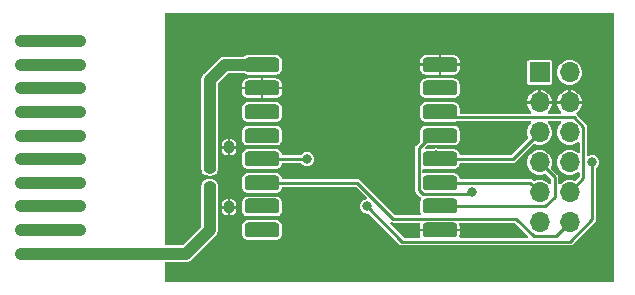
<source format=gbr>
%TF.GenerationSoftware,KiCad,Pcbnew,7.0.4*%
%TF.CreationDate,2023-05-26T13:28:03+02:00*%
%TF.ProjectId,RFM9xW_868,52464d39-7857-45f3-9836-382e6b696361,rev?*%
%TF.SameCoordinates,Original*%
%TF.FileFunction,Copper,L1,Top*%
%TF.FilePolarity,Positive*%
%FSLAX46Y46*%
G04 Gerber Fmt 4.6, Leading zero omitted, Abs format (unit mm)*
G04 Created by KiCad (PCBNEW 7.0.4) date 2023-05-26 13:28:03*
%MOMM*%
%LPD*%
G01*
G04 APERTURE LIST*
G04 Aperture macros list*
%AMRoundRect*
0 Rectangle with rounded corners*
0 $1 Rounding radius*
0 $2 $3 $4 $5 $6 $7 $8 $9 X,Y pos of 4 corners*
0 Add a 4 corners polygon primitive as box body*
4,1,4,$2,$3,$4,$5,$6,$7,$8,$9,$2,$3,0*
0 Add four circle primitives for the rounded corners*
1,1,$1+$1,$2,$3*
1,1,$1+$1,$4,$5*
1,1,$1+$1,$6,$7*
1,1,$1+$1,$8,$9*
0 Add four rect primitives between the rounded corners*
20,1,$1+$1,$2,$3,$4,$5,0*
20,1,$1+$1,$4,$5,$6,$7,0*
20,1,$1+$1,$6,$7,$8,$9,0*
20,1,$1+$1,$8,$9,$2,$3,0*%
%AMOutline4P*
0 Free polygon, 4 corners , with rotation*
0 The origin of the aperture is its center*
0 number of corners: always 4*
0 $1 to $8 corner X, Y*
0 $9 Rotation angle, in degrees counterclockwise*
0 create outline with 4 corners*
4,1,4,$1,$2,$3,$4,$5,$6,$7,$8,$1,$2,$9*%
G04 Aperture macros list end*
%TA.AperFunction,EtchedComponent*%
%ADD10C,1.000000*%
%TD*%
%TA.AperFunction,ComponentPad*%
%ADD11R,1.700000X1.700000*%
%TD*%
%TA.AperFunction,ComponentPad*%
%ADD12O,1.700000X1.700000*%
%TD*%
%TA.AperFunction,SMDPad,CuDef*%
%ADD13RoundRect,0.200000X-0.200000X-0.275000X0.200000X-0.275000X0.200000X0.275000X-0.200000X0.275000X0*%
%TD*%
%TA.AperFunction,SMDPad,CuDef*%
%ADD14RoundRect,0.317500X1.157500X0.317500X-1.157500X0.317500X-1.157500X-0.317500X1.157500X-0.317500X0*%
%TD*%
%TA.AperFunction,SMDPad,CuDef*%
%ADD15RoundRect,0.200000X-0.275000X0.200000X-0.275000X-0.200000X0.275000X-0.200000X0.275000X0.200000X0*%
%TD*%
%TA.AperFunction,ComponentPad*%
%ADD16C,1.000000*%
%TD*%
%TA.AperFunction,SMDPad,CuDef*%
%ADD17Outline4P,-0.350000X-0.400000X0.350000X-0.400000X0.050000X0.400000X-0.050000X0.400000X270.000000*%
%TD*%
%TA.AperFunction,ViaPad*%
%ADD18C,0.800000*%
%TD*%
%TA.AperFunction,Conductor*%
%ADD19C,0.250000*%
%TD*%
%TA.AperFunction,Conductor*%
%ADD20C,1.000000*%
%TD*%
G04 APERTURE END LIST*
D10*
%TO.C,AE1*%
X116960000Y-58530000D02*
X105960000Y-58530000D01*
X105960000Y-56530000D02*
X110960000Y-56530000D01*
X105960000Y-54530000D02*
X110960000Y-54530000D01*
X105960000Y-52530000D02*
X110960000Y-52530000D01*
X105960000Y-50530000D02*
X110960000Y-50530000D01*
X105960000Y-48530000D02*
X110960000Y-48530000D01*
X105960000Y-46530000D02*
X110960000Y-46530000D01*
X105960000Y-44530000D02*
X110960000Y-44530000D01*
X105960000Y-42530000D02*
X110960000Y-42530000D01*
X105960000Y-40530000D02*
X110960000Y-40530000D01*
%TD*%
D11*
%TO.P,J1,1,Pin_1*%
%TO.N,VCC*%
X149860000Y-43180000D03*
D12*
%TO.P,J1,2,Pin_2*%
X152400000Y-43180000D03*
%TO.P,J1,3,Pin_3*%
%TO.N,GND*%
X149860000Y-45720000D03*
%TO.P,J1,4,Pin_4*%
X152400000Y-45720000D03*
%TO.P,J1,5,Pin_5*%
%TO.N,SCK*%
X149860000Y-48260000D03*
%TO.P,J1,6,Pin_6*%
%TO.N,unconnected-(J1-Pin_6-Pad6)*%
X152400000Y-48260000D03*
%TO.P,J1,7,Pin_7*%
%TO.N,MISO*%
X149860000Y-50800000D03*
%TO.P,J1,8,Pin_8*%
%TO.N,nCS2*%
X152400000Y-50800000D03*
%TO.P,J1,9,Pin_9*%
%TO.N,MOSI*%
X149860000Y-53340000D03*
%TO.P,J1,10,Pin_10*%
%TO.N,nRESET*%
X152400000Y-53340000D03*
%TO.P,J1,11,Pin_11*%
%TO.N,nCS*%
X149860000Y-55880000D03*
%TO.P,J1,12,Pin_12*%
%TO.N,DIO0*%
X152400000Y-55880000D03*
%TD*%
D13*
%TO.P,M3,1*%
%TO.N,Net-(AE1-A)*%
X121920000Y-54610000D03*
%TO.P,M3,2*%
%TO.N,GND*%
X123570000Y-54610000D03*
%TD*%
D14*
%TO.P,U1,1,GND*%
%TO.N,GND*%
X141415000Y-56530000D03*
%TO.P,U1,2,MISO*%
%TO.N,MISO*%
X141415000Y-54530000D03*
%TO.P,U1,3,MOSI*%
%TO.N,MOSI*%
X141415000Y-52530000D03*
%TO.P,U1,4,SCK*%
%TO.N,SCK*%
X141415000Y-50530000D03*
%TO.P,U1,5,NSS*%
%TO.N,nCS*%
X141415000Y-48530000D03*
%TO.P,U1,6,RESET*%
%TO.N,nRESET*%
X141415000Y-46530000D03*
%TO.P,U1,7,DIO5*%
%TO.N,unconnected-(U1-DIO5-Pad7)*%
X141415000Y-44530000D03*
%TO.P,U1,8,GND*%
%TO.N,GND*%
X141415000Y-42530000D03*
%TO.P,U1,9,ANT*%
%TO.N,Net-(U1-ANT)*%
X126365000Y-42530000D03*
%TO.P,U1,10,GND*%
%TO.N,GND*%
X126365000Y-44530000D03*
%TO.P,U1,11,DIO3*%
%TO.N,unconnected-(U1-DIO3-Pad11)*%
X126365000Y-46530000D03*
%TO.P,U1,12,DIO4*%
%TO.N,unconnected-(U1-DIO4-Pad12)*%
X126365000Y-48530000D03*
%TO.P,U1,13,3.3V*%
%TO.N,VCC*%
X126365000Y-50530000D03*
%TO.P,U1,14,DIO0*%
%TO.N,DIO0*%
X126365000Y-52530000D03*
%TO.P,U1,15,DIO1*%
%TO.N,unconnected-(U1-DIO1-Pad15)*%
X126365000Y-54530000D03*
%TO.P,U1,16,DIO2*%
%TO.N,unconnected-(U1-DIO2-Pad16)*%
X126365000Y-56530000D03*
%TD*%
D13*
%TO.P,M1,1*%
%TO.N,Net-(U1-ANT)*%
X121920000Y-49530000D03*
%TO.P,M1,2*%
%TO.N,GND*%
X123570000Y-49530000D03*
%TD*%
D15*
%TO.P,M2,1*%
%TO.N,Net-(U1-ANT)*%
X121920000Y-51245000D03*
%TO.P,M2,2*%
%TO.N,Net-(AE1-A)*%
X121920000Y-52895000D03*
%TD*%
D16*
%TO.P,AE1,*%
%TO.N,*%
X105960000Y-58530000D03*
X105960000Y-56530000D03*
X110960000Y-56530000D03*
X105960000Y-54530000D03*
X110960000Y-54530000D03*
X105960000Y-52530000D03*
X110960000Y-52530000D03*
X105960000Y-50530000D03*
X110960000Y-50530000D03*
X105960000Y-48530000D03*
X110960000Y-48530000D03*
X105960000Y-46530000D03*
X110960000Y-46530000D03*
X105960000Y-44530000D03*
X110960000Y-44530000D03*
X105960000Y-42530000D03*
X110960000Y-42530000D03*
X105960000Y-40530000D03*
X110960000Y-40530000D03*
D17*
%TO.P,AE1,1,A*%
%TO.N,Net-(AE1-A)*%
X117660000Y-58530000D03*
%TD*%
D18*
%TO.N,GND*%
X142875000Y-38735000D03*
X132080000Y-50165000D03*
X155575000Y-40005000D03*
X154305000Y-60325000D03*
X155575000Y-56515000D03*
X128905000Y-60325000D03*
X123825000Y-60325000D03*
X155575000Y-55245000D03*
X126365000Y-38735000D03*
X155575000Y-41275000D03*
X130175000Y-38735000D03*
X135255000Y-38735000D03*
X132715000Y-60325000D03*
X149225000Y-60325000D03*
X128905000Y-38735000D03*
X155575000Y-57785000D03*
X139065000Y-60325000D03*
X126365000Y-60325000D03*
X144145000Y-38735000D03*
X150495000Y-38735000D03*
X132715000Y-38735000D03*
X131445000Y-60325000D03*
X155575000Y-59055000D03*
X151765000Y-60325000D03*
X137795000Y-60325000D03*
X147955000Y-51435000D03*
X122555000Y-38735000D03*
X155575000Y-38735000D03*
X121285000Y-60325000D03*
X153035000Y-60325000D03*
X145415000Y-38735000D03*
X154305000Y-38735000D03*
X127635000Y-38735000D03*
X133985000Y-60325000D03*
X155575000Y-43815000D03*
X144145000Y-60325000D03*
X155575000Y-45085000D03*
X127635000Y-60325000D03*
X155575000Y-53975000D03*
X155575000Y-51435000D03*
X125095000Y-38735000D03*
X150495000Y-60325000D03*
X155575000Y-42545000D03*
X122555000Y-60325000D03*
X151765000Y-38735000D03*
X137795000Y-38735000D03*
X121285000Y-38735000D03*
X153035000Y-38735000D03*
X155575000Y-52705000D03*
X125095000Y-60325000D03*
X142875000Y-60325000D03*
X120015000Y-38735000D03*
X140335000Y-60325000D03*
X130175000Y-60325000D03*
X145415000Y-56515000D03*
X149225000Y-38735000D03*
X139065000Y-56515000D03*
X118745000Y-38735000D03*
X155575000Y-50165000D03*
X155575000Y-47625000D03*
X146685000Y-38735000D03*
X146050000Y-48260000D03*
X118745000Y-60325000D03*
X146685000Y-60325000D03*
X155575000Y-46355000D03*
X144145000Y-56515000D03*
X135255000Y-60325000D03*
X141605000Y-60325000D03*
X155575000Y-60325000D03*
X136525000Y-38735000D03*
X133985000Y-38735000D03*
X155575000Y-48895000D03*
X139065000Y-38735000D03*
X120015000Y-60325000D03*
X123825000Y-38735000D03*
X145415000Y-60325000D03*
X146685000Y-56515000D03*
X141605000Y-38735000D03*
X147955000Y-38735000D03*
X147955000Y-60325000D03*
X136525000Y-60325000D03*
X140335000Y-38735000D03*
X131445000Y-38735000D03*
%TO.N,nCS*%
X144145000Y-53340000D03*
%TO.N,SCK*%
X141104326Y-50219325D03*
%TO.N,MOSI*%
X140690500Y-52530000D03*
%TO.N,MISO*%
X141415000Y-54530000D03*
%TO.N,VCC*%
X130175000Y-50530000D03*
%TO.N,nCS2*%
X135267299Y-54530500D03*
X154305000Y-50800000D03*
%TD*%
D19*
%TO.N,DIO0*%
X126365000Y-52530000D02*
X134445000Y-52530000D01*
X134445000Y-52530000D02*
X137485000Y-55570000D01*
X151225000Y-57055000D02*
X152400000Y-55880000D01*
X149373299Y-57055000D02*
X151225000Y-57055000D01*
X147888299Y-55570000D02*
X149373299Y-57055000D01*
X137485000Y-55570000D02*
X147888299Y-55570000D01*
%TO.N,nRESET*%
X152400000Y-53340000D02*
X153575000Y-52165000D01*
X153575000Y-47773299D02*
X152791701Y-46990000D01*
X153575000Y-52165000D02*
X153575000Y-47773299D01*
X152791701Y-46990000D02*
X141875000Y-46990000D01*
X141875000Y-46990000D02*
X141415000Y-46530000D01*
%TO.N,nCS*%
X140700000Y-48530000D02*
X141415000Y-48530000D01*
X139991368Y-53490000D02*
X139615000Y-53113632D01*
X139615000Y-49615000D02*
X140700000Y-48530000D01*
X143995000Y-53490000D02*
X139991368Y-53490000D01*
X144145000Y-53340000D02*
X143995000Y-53490000D01*
X139615000Y-53113632D02*
X139615000Y-49615000D01*
%TO.N,SCK*%
X147590000Y-50530000D02*
X149860000Y-48260000D01*
X141415000Y-50530000D02*
X147590000Y-50530000D01*
%TO.N,MOSI*%
X149860000Y-53340000D02*
X149050000Y-52530000D01*
X149050000Y-52530000D02*
X140690500Y-52530000D01*
%TO.N,MISO*%
X151130000Y-52070000D02*
X149860000Y-50800000D01*
X150331701Y-54530000D02*
X151130000Y-53731701D01*
X151130000Y-53731701D02*
X151130000Y-52070000D01*
X141415000Y-54530000D02*
X150331701Y-54530000D01*
%TO.N,VCC*%
X126365000Y-50530000D02*
X129810000Y-50530000D01*
%TO.N,nCS2*%
X154305000Y-55636701D02*
X154305000Y-50800000D01*
X138241799Y-57505000D02*
X152436701Y-57505000D01*
X135267299Y-54530500D02*
X138241799Y-57505000D01*
X152436701Y-57505000D02*
X154305000Y-55636701D01*
D20*
%TO.N,Net-(AE1-A)*%
X115000000Y-58530000D02*
X119905000Y-58530000D01*
X119905000Y-58530000D02*
X121920000Y-56515000D01*
X121920000Y-56515000D02*
X121920000Y-52895000D01*
%TO.N,Net-(U1-ANT)*%
X126350000Y-42545000D02*
X126365000Y-42530000D01*
X121920000Y-49530000D02*
X121920000Y-43815000D01*
X123190000Y-42545000D02*
X126350000Y-42545000D01*
X121920000Y-51245000D02*
X121920000Y-49530000D01*
X121920000Y-43815000D02*
X123190000Y-42545000D01*
%TD*%
%TA.AperFunction,Conductor*%
%TO.N,GND*%
G36*
X137342820Y-55867806D02*
G01*
X137345316Y-55869554D01*
X137346767Y-55869942D01*
X137370659Y-55879840D01*
X137371954Y-55880588D01*
X137380854Y-55882157D01*
X137412365Y-55887713D01*
X137416544Y-55888638D01*
X137456193Y-55899263D01*
X137497065Y-55895687D01*
X137501365Y-55895500D01*
X139680764Y-55895500D01*
X139738955Y-55914407D01*
X139774919Y-55963907D01*
X139774919Y-56025093D01*
X139772861Y-56030819D01*
X139749987Y-56088821D01*
X139740000Y-56171983D01*
X139740000Y-56429999D01*
X139740001Y-56430000D01*
X143089999Y-56430000D01*
X143090000Y-56429998D01*
X143090000Y-56171989D01*
X143089999Y-56171983D01*
X143080012Y-56088821D01*
X143057139Y-56030819D01*
X143053380Y-55969749D01*
X143086235Y-55918134D01*
X143143154Y-55895687D01*
X143149236Y-55895500D01*
X147712465Y-55895500D01*
X147770656Y-55914407D01*
X147782469Y-55924496D01*
X148868469Y-57010496D01*
X148896246Y-57065013D01*
X148886675Y-57125445D01*
X148843410Y-57168710D01*
X148798465Y-57179500D01*
X143143321Y-57179500D01*
X143085130Y-57160593D01*
X143049166Y-57111093D01*
X143049166Y-57049907D01*
X143051224Y-57044181D01*
X143080012Y-56971178D01*
X143089999Y-56888016D01*
X143090000Y-56888010D01*
X143090000Y-56630001D01*
X143089999Y-56630000D01*
X139740000Y-56630000D01*
X139740000Y-56888016D01*
X139749987Y-56971178D01*
X139778776Y-57044181D01*
X139782535Y-57105251D01*
X139749680Y-57156867D01*
X139692761Y-57179313D01*
X139686679Y-57179500D01*
X138417634Y-57179500D01*
X138359443Y-57160593D01*
X138347630Y-57150504D01*
X137216032Y-56018906D01*
X137188255Y-55964389D01*
X137197826Y-55903957D01*
X137241091Y-55860692D01*
X137301523Y-55851121D01*
X137342820Y-55867806D01*
G37*
%TD.AperFunction*%
%TA.AperFunction,Conductor*%
G36*
X151676468Y-47334407D02*
G01*
X151712432Y-47383907D01*
X151712432Y-47445093D01*
X151681082Y-47491028D01*
X151653595Y-47513585D01*
X151653585Y-47513595D01*
X151522316Y-47673547D01*
X151424768Y-47856045D01*
X151364699Y-48054065D01*
X151364698Y-48054070D01*
X151344417Y-48259996D01*
X151344417Y-48260003D01*
X151364698Y-48465929D01*
X151364699Y-48465934D01*
X151424768Y-48663954D01*
X151522316Y-48846452D01*
X151653542Y-49006352D01*
X151653590Y-49006410D01*
X151653595Y-49006414D01*
X151813547Y-49137683D01*
X151813548Y-49137683D01*
X151813550Y-49137685D01*
X151996046Y-49235232D01*
X152133996Y-49277078D01*
X152194065Y-49295300D01*
X152194070Y-49295301D01*
X152399997Y-49315583D01*
X152400000Y-49315583D01*
X152400003Y-49315583D01*
X152605929Y-49295301D01*
X152605934Y-49295300D01*
X152605933Y-49295299D01*
X152803954Y-49235232D01*
X152986450Y-49137685D01*
X153087697Y-49054594D01*
X153144671Y-49032295D01*
X153203874Y-49047743D01*
X153242690Y-49095040D01*
X153249500Y-49131123D01*
X153249500Y-49928876D01*
X153230593Y-49987067D01*
X153181093Y-50023031D01*
X153119907Y-50023031D01*
X153087695Y-50005404D01*
X153027776Y-49956230D01*
X152986452Y-49922316D01*
X152803954Y-49824768D01*
X152605934Y-49764699D01*
X152605929Y-49764698D01*
X152400003Y-49744417D01*
X152399997Y-49744417D01*
X152194070Y-49764698D01*
X152194065Y-49764699D01*
X151996045Y-49824768D01*
X151813547Y-49922316D01*
X151653595Y-50053585D01*
X151653585Y-50053595D01*
X151522316Y-50213547D01*
X151424768Y-50396045D01*
X151364699Y-50594065D01*
X151364698Y-50594070D01*
X151344417Y-50799996D01*
X151344417Y-50800003D01*
X151364698Y-51005929D01*
X151364699Y-51005934D01*
X151424768Y-51203954D01*
X151522316Y-51386452D01*
X151653585Y-51546404D01*
X151653590Y-51546410D01*
X151653595Y-51546414D01*
X151813547Y-51677683D01*
X151813548Y-51677683D01*
X151813550Y-51677685D01*
X151996046Y-51775232D01*
X152133997Y-51817078D01*
X152194065Y-51835300D01*
X152194070Y-51835301D01*
X152399997Y-51855583D01*
X152400000Y-51855583D01*
X152400003Y-51855583D01*
X152605929Y-51835301D01*
X152605934Y-51835300D01*
X152621276Y-51830646D01*
X152803954Y-51775232D01*
X152986450Y-51677685D01*
X153087697Y-51594594D01*
X153144671Y-51572295D01*
X153203874Y-51587743D01*
X153242690Y-51635040D01*
X153249500Y-51671123D01*
X153249500Y-51989166D01*
X153230593Y-52047357D01*
X153220503Y-52059170D01*
X152928175Y-52351497D01*
X152873659Y-52379274D01*
X152813227Y-52369703D01*
X152811504Y-52368803D01*
X152803959Y-52364770D01*
X152803954Y-52364768D01*
X152605934Y-52304699D01*
X152605929Y-52304698D01*
X152400003Y-52284417D01*
X152399997Y-52284417D01*
X152194070Y-52304698D01*
X152194065Y-52304699D01*
X151996045Y-52364768D01*
X151813547Y-52462316D01*
X151653595Y-52593585D01*
X151653585Y-52593595D01*
X151631028Y-52621082D01*
X151579497Y-52654069D01*
X151518417Y-52650467D01*
X151471121Y-52611652D01*
X151455500Y-52558277D01*
X151455500Y-52086364D01*
X151455687Y-52082067D01*
X151459263Y-52041193D01*
X151448638Y-52001544D01*
X151447713Y-51997365D01*
X151440588Y-51956955D01*
X151440588Y-51956954D01*
X151439840Y-51955659D01*
X151429942Y-51931767D01*
X151429554Y-51930316D01*
X151406022Y-51896709D01*
X151403707Y-51893074D01*
X151383193Y-51857544D01*
X151376221Y-51851694D01*
X151351771Y-51831178D01*
X151348594Y-51828266D01*
X150848502Y-51328175D01*
X150820725Y-51273658D01*
X150830296Y-51213226D01*
X150831154Y-51211582D01*
X150835232Y-51203954D01*
X150895300Y-51005934D01*
X150895301Y-51005929D01*
X150915583Y-50800003D01*
X150915583Y-50799996D01*
X150895301Y-50594070D01*
X150895300Y-50594065D01*
X150875866Y-50529999D01*
X150835232Y-50396046D01*
X150737685Y-50213550D01*
X150730667Y-50204999D01*
X150606414Y-50053595D01*
X150606410Y-50053590D01*
X150606404Y-50053585D01*
X150446452Y-49922316D01*
X150263954Y-49824768D01*
X150065934Y-49764699D01*
X150065929Y-49764698D01*
X149860003Y-49744417D01*
X149859997Y-49744417D01*
X149654070Y-49764698D01*
X149654065Y-49764699D01*
X149456045Y-49824768D01*
X149273547Y-49922316D01*
X149113595Y-50053585D01*
X149113585Y-50053595D01*
X148982316Y-50213547D01*
X148884768Y-50396045D01*
X148824699Y-50594065D01*
X148824698Y-50594070D01*
X148804417Y-50799996D01*
X148804417Y-50800003D01*
X148824698Y-51005929D01*
X148824699Y-51005934D01*
X148884768Y-51203954D01*
X148982316Y-51386452D01*
X149113585Y-51546404D01*
X149113590Y-51546410D01*
X149113595Y-51546414D01*
X149273547Y-51677683D01*
X149273548Y-51677683D01*
X149273550Y-51677685D01*
X149456046Y-51775232D01*
X149593997Y-51817078D01*
X149654065Y-51835300D01*
X149654070Y-51835301D01*
X149859997Y-51855583D01*
X149860000Y-51855583D01*
X149860003Y-51855583D01*
X150065929Y-51835301D01*
X150065934Y-51835300D01*
X150081276Y-51830646D01*
X150263954Y-51775232D01*
X150271503Y-51771196D01*
X150331733Y-51760439D01*
X150386786Y-51787139D01*
X150388175Y-51788502D01*
X150775503Y-52175829D01*
X150803281Y-52230346D01*
X150804500Y-52245833D01*
X150804500Y-52558277D01*
X150785593Y-52616468D01*
X150736093Y-52652432D01*
X150674907Y-52652432D01*
X150628972Y-52621082D01*
X150606414Y-52593595D01*
X150606410Y-52593590D01*
X150563381Y-52558277D01*
X150446452Y-52462316D01*
X150263954Y-52364768D01*
X150065934Y-52304699D01*
X150065929Y-52304698D01*
X149860003Y-52284417D01*
X149859997Y-52284417D01*
X149654070Y-52304698D01*
X149654065Y-52304699D01*
X149456052Y-52364766D01*
X149456049Y-52364767D01*
X149456046Y-52364768D01*
X149456044Y-52364768D01*
X149456041Y-52364770D01*
X149448489Y-52368807D01*
X149388255Y-52379558D01*
X149333206Y-52352852D01*
X149331823Y-52351497D01*
X149291741Y-52311414D01*
X149288822Y-52308229D01*
X149262456Y-52276806D01*
X149239818Y-52263736D01*
X149226918Y-52256288D01*
X149223288Y-52253975D01*
X149189684Y-52230446D01*
X149189679Y-52230443D01*
X149188224Y-52230054D01*
X149164348Y-52220164D01*
X149163045Y-52219411D01*
X149122652Y-52212289D01*
X149118436Y-52211354D01*
X149098567Y-52206030D01*
X149078807Y-52200736D01*
X149078806Y-52200736D01*
X149074381Y-52201123D01*
X149037926Y-52204312D01*
X149033626Y-52204500D01*
X143182232Y-52204500D01*
X143124041Y-52185593D01*
X143088077Y-52136093D01*
X143083938Y-52117305D01*
X143083535Y-52113952D01*
X143080503Y-52088703D01*
X143028265Y-51956236D01*
X143028261Y-51956231D01*
X143028261Y-51956230D01*
X142942228Y-51842779D01*
X142942225Y-51842775D01*
X142930183Y-51833643D01*
X142828769Y-51756738D01*
X142828766Y-51756737D01*
X142828764Y-51756735D01*
X142696297Y-51704497D01*
X142644087Y-51698227D01*
X142613054Y-51694500D01*
X142613052Y-51694500D01*
X140216948Y-51694500D01*
X140216945Y-51694500D01*
X140133702Y-51704497D01*
X140095818Y-51719436D01*
X140075817Y-51727324D01*
X140014749Y-51731082D01*
X139963133Y-51698227D01*
X139940687Y-51641307D01*
X139940500Y-51635226D01*
X139940500Y-51424773D01*
X139959407Y-51366582D01*
X140008907Y-51330618D01*
X140070093Y-51330618D01*
X140075791Y-51332665D01*
X140133703Y-51355503D01*
X140216948Y-51365500D01*
X140216950Y-51365500D01*
X142613050Y-51365500D01*
X142613052Y-51365500D01*
X142696297Y-51355503D01*
X142828764Y-51303265D01*
X142942225Y-51217225D01*
X143028265Y-51103764D01*
X143080503Y-50971297D01*
X143083937Y-50942695D01*
X143109650Y-50887174D01*
X143163085Y-50857369D01*
X143182232Y-50855500D01*
X147573626Y-50855500D01*
X147577926Y-50855687D01*
X147618807Y-50859264D01*
X147658452Y-50848640D01*
X147662650Y-50847710D01*
X147703045Y-50840588D01*
X147704345Y-50839838D01*
X147728236Y-50829942D01*
X147728464Y-50829880D01*
X147729684Y-50829554D01*
X147763303Y-50806012D01*
X147766911Y-50803714D01*
X147802455Y-50783194D01*
X147828838Y-50751750D01*
X147831726Y-50748598D01*
X149331824Y-49248500D01*
X149386339Y-49220725D01*
X149446771Y-49230296D01*
X149448493Y-49231195D01*
X149456046Y-49235232D01*
X149567841Y-49269144D01*
X149654065Y-49295300D01*
X149654070Y-49295301D01*
X149859997Y-49315583D01*
X149860000Y-49315583D01*
X149860003Y-49315583D01*
X150065929Y-49295301D01*
X150065934Y-49295300D01*
X150065934Y-49295299D01*
X150263954Y-49235232D01*
X150446450Y-49137685D01*
X150606410Y-49006410D01*
X150737685Y-48846450D01*
X150835232Y-48663954D01*
X150895300Y-48465934D01*
X150895301Y-48465929D01*
X150915583Y-48260003D01*
X150915583Y-48259996D01*
X150895301Y-48054070D01*
X150895300Y-48054065D01*
X150865622Y-47956230D01*
X150835232Y-47856046D01*
X150737685Y-47673550D01*
X150726773Y-47660254D01*
X150622407Y-47533083D01*
X150606410Y-47513590D01*
X150578918Y-47491028D01*
X150545931Y-47439497D01*
X150549533Y-47378417D01*
X150588348Y-47331121D01*
X150641723Y-47315500D01*
X151618277Y-47315500D01*
X151676468Y-47334407D01*
G37*
%TD.AperFunction*%
%TA.AperFunction,Conductor*%
G36*
X156143691Y-38144407D02*
G01*
X156179655Y-38193907D01*
X156184500Y-38224500D01*
X156184500Y-60835500D01*
X156165593Y-60893691D01*
X156116093Y-60929655D01*
X156085500Y-60934500D01*
X118209000Y-60934500D01*
X118150809Y-60915593D01*
X118114845Y-60866093D01*
X118110000Y-60835500D01*
X118110000Y-59329500D01*
X118128907Y-59271309D01*
X118178407Y-59235345D01*
X118209000Y-59230500D01*
X119882341Y-59230500D01*
X119885306Y-59230589D01*
X119942904Y-59234073D01*
X119947605Y-59234358D01*
X119947605Y-59234357D01*
X119947606Y-59234358D01*
X120009019Y-59223103D01*
X120011924Y-59222661D01*
X120073872Y-59215140D01*
X120085462Y-59210744D01*
X120102725Y-59205931D01*
X120114932Y-59203695D01*
X120171854Y-59178075D01*
X120174588Y-59176943D01*
X120232930Y-59154818D01*
X120243142Y-59147768D01*
X120258750Y-59138965D01*
X120270057Y-59133878D01*
X120319174Y-59095395D01*
X120321582Y-59093625D01*
X120372929Y-59058183D01*
X120372929Y-59058182D01*
X120414307Y-59011474D01*
X120416337Y-59009319D01*
X122399319Y-57026337D01*
X122401474Y-57024307D01*
X122448183Y-56982929D01*
X122483628Y-56931577D01*
X122485401Y-56929167D01*
X122517613Y-56888052D01*
X124689500Y-56888052D01*
X124699497Y-56971297D01*
X124751735Y-57103764D01*
X124751737Y-57103766D01*
X124751738Y-57103769D01*
X124809025Y-57179313D01*
X124837775Y-57217225D01*
X124837779Y-57217228D01*
X124951230Y-57303261D01*
X124951231Y-57303261D01*
X124951236Y-57303265D01*
X125083703Y-57355503D01*
X125166948Y-57365500D01*
X125166950Y-57365500D01*
X127563050Y-57365500D01*
X127563052Y-57365500D01*
X127646297Y-57355503D01*
X127778764Y-57303265D01*
X127892225Y-57217225D01*
X127978265Y-57103764D01*
X128030503Y-56971297D01*
X128040500Y-56888052D01*
X128040500Y-56171948D01*
X128030503Y-56088703D01*
X127978265Y-55956236D01*
X127978261Y-55956231D01*
X127978261Y-55956230D01*
X127892228Y-55842779D01*
X127892225Y-55842775D01*
X127866404Y-55823194D01*
X127778769Y-55756738D01*
X127778766Y-55756737D01*
X127778764Y-55756735D01*
X127646297Y-55704497D01*
X127604674Y-55699498D01*
X127563054Y-55694500D01*
X127563052Y-55694500D01*
X125166948Y-55694500D01*
X125166945Y-55694500D01*
X125104514Y-55701997D01*
X125083703Y-55704497D01*
X124951236Y-55756735D01*
X124951234Y-55756736D01*
X124951230Y-55756738D01*
X124837779Y-55842771D01*
X124837771Y-55842779D01*
X124751738Y-55956230D01*
X124751736Y-55956234D01*
X124751735Y-55956236D01*
X124699497Y-56088703D01*
X124689500Y-56171948D01*
X124689500Y-56888052D01*
X122517613Y-56888052D01*
X122523873Y-56880062D01*
X122523872Y-56880062D01*
X122523877Y-56880057D01*
X122528967Y-56868745D01*
X122537766Y-56853144D01*
X122544818Y-56842930D01*
X122566948Y-56784574D01*
X122568080Y-56781840D01*
X122593694Y-56724932D01*
X122593695Y-56724930D01*
X122595929Y-56712736D01*
X122600743Y-56695465D01*
X122605140Y-56683872D01*
X122612665Y-56621893D01*
X122613101Y-56619022D01*
X122624357Y-56557606D01*
X122620589Y-56495316D01*
X122620500Y-56492352D01*
X122620500Y-54710000D01*
X122970000Y-54710000D01*
X122970001Y-54916483D01*
X122970001Y-54916485D01*
X122984833Y-55010141D01*
X122984836Y-55010151D01*
X123042358Y-55123043D01*
X123131956Y-55212641D01*
X123244848Y-55270163D01*
X123244852Y-55270164D01*
X123338515Y-55284999D01*
X123470000Y-55284999D01*
X123470000Y-55284998D01*
X123669999Y-55284998D01*
X123670000Y-55284999D01*
X123801483Y-55284999D01*
X123801485Y-55284998D01*
X123895141Y-55270166D01*
X123895151Y-55270163D01*
X124008043Y-55212641D01*
X124097641Y-55123043D01*
X124155163Y-55010151D01*
X124155164Y-55010147D01*
X124170000Y-54916484D01*
X124170000Y-54888054D01*
X124689500Y-54888054D01*
X124693806Y-54923907D01*
X124699497Y-54971297D01*
X124751735Y-55103764D01*
X124751737Y-55103766D01*
X124751738Y-55103769D01*
X124837770Y-55217219D01*
X124837775Y-55217225D01*
X124837779Y-55217228D01*
X124951230Y-55303261D01*
X124951231Y-55303261D01*
X124951236Y-55303265D01*
X125083703Y-55355503D01*
X125166948Y-55365500D01*
X125166950Y-55365500D01*
X127563050Y-55365500D01*
X127563052Y-55365500D01*
X127646297Y-55355503D01*
X127778764Y-55303265D01*
X127892225Y-55217225D01*
X127893531Y-55215504D01*
X127978261Y-55103769D01*
X127978260Y-55103769D01*
X127978265Y-55103764D01*
X128030503Y-54971297D01*
X128040500Y-54888052D01*
X128040500Y-54171948D01*
X128030503Y-54088703D01*
X127978265Y-53956236D01*
X127978261Y-53956231D01*
X127978261Y-53956230D01*
X127892228Y-53842779D01*
X127892225Y-53842775D01*
X127886104Y-53838133D01*
X127778769Y-53756738D01*
X127778766Y-53756737D01*
X127778764Y-53756735D01*
X127646297Y-53704497D01*
X127604674Y-53699498D01*
X127563054Y-53694500D01*
X127563052Y-53694500D01*
X125166948Y-53694500D01*
X125166945Y-53694500D01*
X125104514Y-53701997D01*
X125083703Y-53704497D01*
X124951236Y-53756735D01*
X124951234Y-53756736D01*
X124951230Y-53756738D01*
X124837779Y-53842771D01*
X124837771Y-53842779D01*
X124751738Y-53956230D01*
X124751736Y-53956234D01*
X124751735Y-53956236D01*
X124700400Y-54086414D01*
X124699497Y-54088704D01*
X124689500Y-54171945D01*
X124689500Y-54888054D01*
X124170000Y-54888054D01*
X124170000Y-54710001D01*
X124169999Y-54710000D01*
X123670001Y-54710000D01*
X123669999Y-54710001D01*
X123669999Y-55284998D01*
X123470000Y-55284998D01*
X123470000Y-54710001D01*
X123469999Y-54710000D01*
X122970000Y-54710000D01*
X122620500Y-54710000D01*
X122620500Y-54509998D01*
X122970000Y-54509998D01*
X122970001Y-54510000D01*
X123469999Y-54510000D01*
X123470000Y-54509998D01*
X123470000Y-53935001D01*
X123469999Y-53935000D01*
X123669999Y-53935000D01*
X123669999Y-54509998D01*
X123670001Y-54510000D01*
X124169998Y-54510000D01*
X124169999Y-54509999D01*
X124169999Y-54303516D01*
X124169998Y-54303514D01*
X124155166Y-54209858D01*
X124155163Y-54209848D01*
X124097641Y-54096956D01*
X124008043Y-54007358D01*
X123895151Y-53949836D01*
X123895147Y-53949835D01*
X123801484Y-53935000D01*
X123669999Y-53935000D01*
X123469999Y-53935000D01*
X123338517Y-53935000D01*
X123338514Y-53935001D01*
X123244858Y-53949833D01*
X123244848Y-53949836D01*
X123131956Y-54007358D01*
X123042358Y-54096956D01*
X122984836Y-54209848D01*
X122984835Y-54209852D01*
X122970000Y-54303515D01*
X122970000Y-54509998D01*
X122620500Y-54509998D01*
X122620500Y-52888052D01*
X124689500Y-52888052D01*
X124699497Y-52971297D01*
X124751735Y-53103764D01*
X124751737Y-53103766D01*
X124751738Y-53103769D01*
X124837771Y-53217220D01*
X124837775Y-53217225D01*
X124837779Y-53217228D01*
X124951230Y-53303261D01*
X124951231Y-53303261D01*
X124951236Y-53303265D01*
X125083703Y-53355503D01*
X125166948Y-53365500D01*
X125166950Y-53365500D01*
X127563050Y-53365500D01*
X127563052Y-53365500D01*
X127646297Y-53355503D01*
X127778764Y-53303265D01*
X127892225Y-53217225D01*
X127978265Y-53103764D01*
X128030503Y-52971297D01*
X128033937Y-52942695D01*
X128059650Y-52887174D01*
X128113085Y-52857369D01*
X128132232Y-52855500D01*
X134269166Y-52855500D01*
X134327357Y-52874407D01*
X134339170Y-52884496D01*
X135224486Y-53769812D01*
X135252263Y-53824329D01*
X135242692Y-53884761D01*
X135199427Y-53928026D01*
X135167405Y-53937969D01*
X135110539Y-53945455D01*
X135110532Y-53945457D01*
X134964460Y-54005962D01*
X134964459Y-54005962D01*
X134839022Y-54102213D01*
X134839012Y-54102223D01*
X134742761Y-54227660D01*
X134742761Y-54227661D01*
X134682256Y-54373733D01*
X134682254Y-54373741D01*
X134661617Y-54530499D01*
X134661617Y-54530500D01*
X134682254Y-54687258D01*
X134682256Y-54687266D01*
X134742761Y-54833338D01*
X134742761Y-54833339D01*
X134826673Y-54942695D01*
X134839017Y-54958782D01*
X134964458Y-55055036D01*
X134964459Y-55055036D01*
X134964460Y-55055037D01*
X135095175Y-55109181D01*
X135110537Y-55115544D01*
X135267299Y-55136182D01*
X135347340Y-55125643D01*
X135407498Y-55136792D01*
X135430265Y-55153792D01*
X138000067Y-57723596D01*
X138002986Y-57726782D01*
X138029344Y-57758194D01*
X138064873Y-57778707D01*
X138068508Y-57781022D01*
X138102115Y-57804554D01*
X138103566Y-57804942D01*
X138127458Y-57814840D01*
X138128753Y-57815588D01*
X138137653Y-57817157D01*
X138169164Y-57822713D01*
X138173343Y-57823638D01*
X138212992Y-57834263D01*
X138253864Y-57830687D01*
X138258164Y-57830500D01*
X152420327Y-57830500D01*
X152424627Y-57830687D01*
X152465508Y-57834264D01*
X152505153Y-57823640D01*
X152509351Y-57822710D01*
X152549746Y-57815588D01*
X152551046Y-57814838D01*
X152574937Y-57804942D01*
X152575165Y-57804880D01*
X152576385Y-57804554D01*
X152610004Y-57781012D01*
X152613612Y-57778714D01*
X152649156Y-57758194D01*
X152675539Y-57726750D01*
X152678430Y-57723596D01*
X154523583Y-55878443D01*
X154526760Y-55875530D01*
X154558194Y-55849156D01*
X154578714Y-55813612D01*
X154581012Y-55810004D01*
X154604554Y-55776385D01*
X154604941Y-55774937D01*
X154614838Y-55751046D01*
X154615588Y-55749746D01*
X154622709Y-55709357D01*
X154623640Y-55705153D01*
X154634264Y-55665508D01*
X154630687Y-55624623D01*
X154630500Y-55620324D01*
X154630500Y-51355970D01*
X154649407Y-51297779D01*
X154669233Y-51277428D01*
X154670759Y-51276257D01*
X154733282Y-51228282D01*
X154829536Y-51102841D01*
X154890044Y-50956762D01*
X154910682Y-50800000D01*
X154910681Y-50799996D01*
X154903913Y-50748587D01*
X154890044Y-50643238D01*
X154829537Y-50497161D01*
X154829537Y-50497160D01*
X154733286Y-50371723D01*
X154733285Y-50371722D01*
X154733282Y-50371718D01*
X154733277Y-50371714D01*
X154733276Y-50371713D01*
X154607838Y-50275462D01*
X154461766Y-50214957D01*
X154461758Y-50214955D01*
X154305001Y-50194318D01*
X154304999Y-50194318D01*
X154148241Y-50214955D01*
X154148232Y-50214957D01*
X154037385Y-50260872D01*
X153976388Y-50265673D01*
X153924220Y-50233703D01*
X153900805Y-50177175D01*
X153900500Y-50169408D01*
X153900500Y-47789672D01*
X153900687Y-47785371D01*
X153904264Y-47744492D01*
X153893640Y-47704847D01*
X153892710Y-47700647D01*
X153887932Y-47673550D01*
X153885588Y-47660254D01*
X153884840Y-47658958D01*
X153874942Y-47635066D01*
X153874554Y-47633615D01*
X153874552Y-47633612D01*
X153874551Y-47633610D01*
X153851025Y-47600011D01*
X153848703Y-47596367D01*
X153828193Y-47560842D01*
X153807069Y-47543118D01*
X153796765Y-47534472D01*
X153793588Y-47531560D01*
X153033442Y-46771414D01*
X153030523Y-46768229D01*
X153004155Y-46736805D01*
X153002581Y-46735484D01*
X153001221Y-46733308D01*
X152998589Y-46730171D01*
X152999029Y-46729801D01*
X152970158Y-46683596D01*
X152974426Y-46622560D01*
X153003413Y-46583117D01*
X153146052Y-46466057D01*
X153146059Y-46466050D01*
X153277268Y-46306170D01*
X153277275Y-46306160D01*
X153374765Y-46123767D01*
X153374767Y-46123762D01*
X153434808Y-45925836D01*
X153434809Y-45925831D01*
X153445232Y-45820000D01*
X152891746Y-45820000D01*
X152900000Y-45791889D01*
X152900000Y-45648111D01*
X152891746Y-45620000D01*
X153445232Y-45620000D01*
X153445232Y-45619999D01*
X153434809Y-45514168D01*
X153434808Y-45514163D01*
X153374767Y-45316237D01*
X153374765Y-45316232D01*
X153277275Y-45133839D01*
X153277268Y-45133829D01*
X153146059Y-44973949D01*
X153146050Y-44973940D01*
X152986170Y-44842731D01*
X152986160Y-44842724D01*
X152803767Y-44745234D01*
X152803762Y-44745232D01*
X152605836Y-44685191D01*
X152605831Y-44685190D01*
X152500000Y-44674767D01*
X152500000Y-45229235D01*
X152435763Y-45220000D01*
X152364237Y-45220000D01*
X152300000Y-45229235D01*
X152300000Y-44674767D01*
X152299999Y-44674767D01*
X152194168Y-44685190D01*
X152194163Y-44685191D01*
X151996237Y-44745232D01*
X151996232Y-44745234D01*
X151813839Y-44842724D01*
X151813829Y-44842731D01*
X151653949Y-44973940D01*
X151653940Y-44973949D01*
X151522731Y-45133829D01*
X151522724Y-45133839D01*
X151425234Y-45316232D01*
X151425232Y-45316237D01*
X151365191Y-45514163D01*
X151365190Y-45514168D01*
X151354767Y-45619999D01*
X151354768Y-45620000D01*
X151908254Y-45620000D01*
X151900000Y-45648111D01*
X151900000Y-45791889D01*
X151908254Y-45820000D01*
X151354767Y-45820000D01*
X151365190Y-45925831D01*
X151365191Y-45925836D01*
X151425232Y-46123762D01*
X151425234Y-46123767D01*
X151522724Y-46306160D01*
X151522731Y-46306170D01*
X151653940Y-46466050D01*
X151653953Y-46466063D01*
X151681868Y-46488972D01*
X151714856Y-46540503D01*
X151711255Y-46601582D01*
X151672439Y-46648879D01*
X151619064Y-46664500D01*
X150640936Y-46664500D01*
X150582745Y-46645593D01*
X150546781Y-46596093D01*
X150546781Y-46534907D01*
X150578132Y-46488972D01*
X150606046Y-46466063D01*
X150606059Y-46466050D01*
X150737268Y-46306170D01*
X150737275Y-46306160D01*
X150834765Y-46123767D01*
X150834767Y-46123762D01*
X150894808Y-45925836D01*
X150894809Y-45925831D01*
X150905232Y-45820000D01*
X150351746Y-45820000D01*
X150360000Y-45791889D01*
X150360000Y-45648111D01*
X150351746Y-45620000D01*
X150905232Y-45620000D01*
X150905232Y-45619999D01*
X150894809Y-45514168D01*
X150894808Y-45514163D01*
X150834767Y-45316237D01*
X150834765Y-45316232D01*
X150737275Y-45133839D01*
X150737268Y-45133829D01*
X150606059Y-44973949D01*
X150606050Y-44973940D01*
X150446170Y-44842731D01*
X150446160Y-44842724D01*
X150263767Y-44745234D01*
X150263762Y-44745232D01*
X150065836Y-44685191D01*
X150065831Y-44685190D01*
X149960000Y-44674767D01*
X149960000Y-45229235D01*
X149895763Y-45220000D01*
X149824237Y-45220000D01*
X149760000Y-45229235D01*
X149760000Y-44674767D01*
X149759999Y-44674767D01*
X149654168Y-44685190D01*
X149654163Y-44685191D01*
X149456237Y-44745232D01*
X149456232Y-44745234D01*
X149273839Y-44842724D01*
X149273829Y-44842731D01*
X149113949Y-44973940D01*
X149113940Y-44973949D01*
X148982731Y-45133829D01*
X148982724Y-45133839D01*
X148885234Y-45316232D01*
X148885232Y-45316237D01*
X148825191Y-45514163D01*
X148825190Y-45514168D01*
X148814767Y-45619999D01*
X148814768Y-45620000D01*
X149368254Y-45620000D01*
X149360000Y-45648111D01*
X149360000Y-45791889D01*
X149368254Y-45820000D01*
X148814767Y-45820000D01*
X148825190Y-45925831D01*
X148825191Y-45925836D01*
X148885232Y-46123762D01*
X148885234Y-46123767D01*
X148982724Y-46306160D01*
X148982731Y-46306170D01*
X149113940Y-46466050D01*
X149113953Y-46466063D01*
X149141868Y-46488972D01*
X149174856Y-46540503D01*
X149171255Y-46601582D01*
X149132439Y-46648879D01*
X149079064Y-46664500D01*
X143189500Y-46664500D01*
X143131309Y-46645593D01*
X143095345Y-46596093D01*
X143090500Y-46565500D01*
X143090500Y-46171949D01*
X143090500Y-46171948D01*
X143080503Y-46088703D01*
X143028265Y-45956236D01*
X143028261Y-45956231D01*
X143028261Y-45956230D01*
X142942228Y-45842779D01*
X142942225Y-45842775D01*
X142875122Y-45791889D01*
X142828769Y-45756738D01*
X142828766Y-45756737D01*
X142828764Y-45756735D01*
X142696297Y-45704497D01*
X142654674Y-45699498D01*
X142613054Y-45694500D01*
X142613052Y-45694500D01*
X140216948Y-45694500D01*
X140216945Y-45694500D01*
X140154514Y-45701997D01*
X140133703Y-45704497D01*
X140001236Y-45756735D01*
X140001234Y-45756736D01*
X140001230Y-45756738D01*
X139887779Y-45842771D01*
X139887771Y-45842779D01*
X139801738Y-45956230D01*
X139801736Y-45956234D01*
X139801735Y-45956236D01*
X139749497Y-46088703D01*
X139739500Y-46171948D01*
X139739500Y-46888052D01*
X139749497Y-46971297D01*
X139801735Y-47103764D01*
X139801737Y-47103766D01*
X139801738Y-47103769D01*
X139887771Y-47217220D01*
X139887775Y-47217225D01*
X139887779Y-47217228D01*
X140001230Y-47303261D01*
X140001231Y-47303261D01*
X140001236Y-47303265D01*
X140133703Y-47355503D01*
X140216948Y-47365500D01*
X140216950Y-47365500D01*
X142613050Y-47365500D01*
X142613052Y-47365500D01*
X142696297Y-47355503D01*
X142780235Y-47322402D01*
X142816554Y-47315500D01*
X149078277Y-47315500D01*
X149136468Y-47334407D01*
X149172432Y-47383907D01*
X149172432Y-47445093D01*
X149141082Y-47491028D01*
X149113595Y-47513585D01*
X149113585Y-47513595D01*
X148982316Y-47673547D01*
X148884768Y-47856045D01*
X148824699Y-48054065D01*
X148824698Y-48054070D01*
X148804417Y-48259996D01*
X148804417Y-48260003D01*
X148824698Y-48465929D01*
X148824699Y-48465934D01*
X148870787Y-48617865D01*
X148884768Y-48663954D01*
X148888802Y-48671501D01*
X148899560Y-48731732D01*
X148872860Y-48786785D01*
X148871497Y-48788175D01*
X147484170Y-50175504D01*
X147429653Y-50203281D01*
X147414166Y-50204500D01*
X143182232Y-50204500D01*
X143124041Y-50185593D01*
X143088077Y-50136093D01*
X143083938Y-50117305D01*
X143083535Y-50113952D01*
X143080503Y-50088703D01*
X143028265Y-49956236D01*
X143028261Y-49956231D01*
X143028261Y-49956230D01*
X142942228Y-49842779D01*
X142942225Y-49842775D01*
X142942220Y-49842771D01*
X142828769Y-49756738D01*
X142828766Y-49756737D01*
X142828764Y-49756735D01*
X142696297Y-49704497D01*
X142654674Y-49699498D01*
X142613054Y-49694500D01*
X142613052Y-49694500D01*
X141426161Y-49694500D01*
X141388276Y-49686964D01*
X141261088Y-49634281D01*
X141261085Y-49634280D01*
X141261084Y-49634280D01*
X141104327Y-49613643D01*
X141104325Y-49613643D01*
X140947567Y-49634280D01*
X140947564Y-49634280D01*
X140947564Y-49634281D01*
X140820375Y-49686964D01*
X140782491Y-49694500D01*
X140234834Y-49694500D01*
X140176643Y-49675593D01*
X140140679Y-49626093D01*
X140140679Y-49564907D01*
X140164830Y-49525496D01*
X140295830Y-49394496D01*
X140350347Y-49366719D01*
X140365834Y-49365500D01*
X142613050Y-49365500D01*
X142613052Y-49365500D01*
X142696297Y-49355503D01*
X142828764Y-49303265D01*
X142942225Y-49217225D01*
X143028265Y-49103764D01*
X143080503Y-48971297D01*
X143090500Y-48888052D01*
X143090500Y-48171948D01*
X143080503Y-48088703D01*
X143028265Y-47956236D01*
X143028261Y-47956231D01*
X143028261Y-47956230D01*
X142942228Y-47842779D01*
X142942225Y-47842775D01*
X142942220Y-47842771D01*
X142828769Y-47756738D01*
X142828766Y-47756737D01*
X142828764Y-47756735D01*
X142696297Y-47704497D01*
X142654674Y-47699498D01*
X142613054Y-47694500D01*
X142613052Y-47694500D01*
X140216948Y-47694500D01*
X140216945Y-47694500D01*
X140154514Y-47701997D01*
X140133703Y-47704497D01*
X140001236Y-47756735D01*
X140001234Y-47756736D01*
X140001230Y-47756738D01*
X139887779Y-47842771D01*
X139887771Y-47842779D01*
X139801738Y-47956230D01*
X139801736Y-47956234D01*
X139801735Y-47956236D01*
X139749497Y-48088703D01*
X139749497Y-48088704D01*
X139739500Y-48171945D01*
X139739500Y-48888056D01*
X139748999Y-48967155D01*
X139737164Y-49027185D01*
X139720709Y-49048963D01*
X139396413Y-49373259D01*
X139393229Y-49376176D01*
X139361807Y-49402542D01*
X139361806Y-49402544D01*
X139341292Y-49438075D01*
X139338972Y-49441716D01*
X139315446Y-49475316D01*
X139315442Y-49475324D01*
X139315051Y-49476786D01*
X139305170Y-49500640D01*
X139304414Y-49501948D01*
X139304410Y-49501960D01*
X139297287Y-49542349D01*
X139296353Y-49546564D01*
X139285736Y-49586187D01*
X139285736Y-49586193D01*
X139289312Y-49627072D01*
X139289500Y-49631373D01*
X139289500Y-53097257D01*
X139289312Y-53101559D01*
X139286469Y-53134065D01*
X139285736Y-53142438D01*
X139296354Y-53182068D01*
X139297289Y-53186284D01*
X139304411Y-53226677D01*
X139305164Y-53227980D01*
X139315054Y-53251856D01*
X139315443Y-53253311D01*
X139315446Y-53253316D01*
X139338971Y-53286913D01*
X139341288Y-53290550D01*
X139361806Y-53326086D01*
X139361806Y-53326087D01*
X139393224Y-53352450D01*
X139396410Y-53355369D01*
X139749625Y-53708584D01*
X139752543Y-53711769D01*
X139778912Y-53743193D01*
X139778913Y-53743194D01*
X139809942Y-53761109D01*
X139850882Y-53806575D01*
X139857279Y-53867425D01*
X139839326Y-53906663D01*
X139801738Y-53956230D01*
X139801736Y-53956234D01*
X139801735Y-53956236D01*
X139750400Y-54086414D01*
X139749497Y-54088704D01*
X139739500Y-54171945D01*
X139739500Y-54888054D01*
X139743806Y-54923907D01*
X139749497Y-54971297D01*
X139801735Y-55103764D01*
X139801736Y-55103766D01*
X139803872Y-55109181D01*
X139807630Y-55170251D01*
X139774775Y-55221867D01*
X139717855Y-55244313D01*
X139711774Y-55244500D01*
X137660835Y-55244500D01*
X137602644Y-55225593D01*
X137590831Y-55215504D01*
X134686741Y-52311414D01*
X134683822Y-52308229D01*
X134657456Y-52276806D01*
X134634818Y-52263736D01*
X134621918Y-52256288D01*
X134618288Y-52253975D01*
X134584684Y-52230446D01*
X134584679Y-52230443D01*
X134583224Y-52230054D01*
X134559348Y-52220164D01*
X134558045Y-52219411D01*
X134517652Y-52212289D01*
X134513436Y-52211354D01*
X134493567Y-52206030D01*
X134473807Y-52200736D01*
X134473806Y-52200736D01*
X134469381Y-52201123D01*
X134432926Y-52204312D01*
X134428626Y-52204500D01*
X128132232Y-52204500D01*
X128074041Y-52185593D01*
X128038077Y-52136093D01*
X128033938Y-52117305D01*
X128033535Y-52113952D01*
X128030503Y-52088703D01*
X127978265Y-51956236D01*
X127978261Y-51956231D01*
X127978261Y-51956230D01*
X127892228Y-51842779D01*
X127892225Y-51842775D01*
X127880183Y-51833643D01*
X127778769Y-51756738D01*
X127778766Y-51756737D01*
X127778764Y-51756735D01*
X127646297Y-51704497D01*
X127594087Y-51698227D01*
X127563054Y-51694500D01*
X127563052Y-51694500D01*
X125166948Y-51694500D01*
X125166945Y-51694500D01*
X125104514Y-51701997D01*
X125083703Y-51704497D01*
X124951236Y-51756735D01*
X124951234Y-51756736D01*
X124951230Y-51756738D01*
X124837779Y-51842771D01*
X124837771Y-51842779D01*
X124751738Y-51956230D01*
X124751736Y-51956234D01*
X124751735Y-51956236D01*
X124699497Y-52088703D01*
X124689500Y-52171948D01*
X124689500Y-52888052D01*
X122620500Y-52888052D01*
X122620500Y-52852631D01*
X122620499Y-52852618D01*
X122615545Y-52811822D01*
X122605140Y-52726128D01*
X122601930Y-52717663D01*
X122595499Y-52682564D01*
X122595499Y-52663478D01*
X122595498Y-52663476D01*
X122580647Y-52569700D01*
X122580646Y-52569698D01*
X122580646Y-52569696D01*
X122523050Y-52456658D01*
X122433342Y-52366950D01*
X122427633Y-52364041D01*
X122320308Y-52309355D01*
X122312896Y-52306947D01*
X122313086Y-52306360D01*
X122293258Y-52299782D01*
X122170226Y-52235210D01*
X122005058Y-52194500D01*
X122005056Y-52194500D01*
X121834944Y-52194500D01*
X121834941Y-52194500D01*
X121669774Y-52235210D01*
X121669773Y-52235210D01*
X121546740Y-52299783D01*
X121526918Y-52306356D01*
X121527110Y-52306945D01*
X121519691Y-52309355D01*
X121406660Y-52366948D01*
X121316949Y-52456659D01*
X121259354Y-52569695D01*
X121244499Y-52663479D01*
X121244499Y-52682571D01*
X121238069Y-52717663D01*
X121234861Y-52726123D01*
X121234860Y-52726127D01*
X121219500Y-52852618D01*
X121219500Y-56183834D01*
X121200593Y-56242025D01*
X121190504Y-56253838D01*
X119643839Y-57800504D01*
X119589322Y-57828281D01*
X119573835Y-57829500D01*
X118209000Y-57829500D01*
X118150809Y-57810593D01*
X118114845Y-57761093D01*
X118110000Y-57730500D01*
X118110000Y-43772395D01*
X121215641Y-43772395D01*
X121219409Y-43834669D01*
X121219499Y-43837659D01*
X121219500Y-49487628D01*
X121219500Y-51287381D01*
X121234860Y-51413871D01*
X121234860Y-51413872D01*
X121238069Y-51422334D01*
X121244500Y-51457431D01*
X121244500Y-51476519D01*
X121244501Y-51476522D01*
X121259352Y-51570300D01*
X121259354Y-51570304D01*
X121316950Y-51683342D01*
X121406658Y-51773050D01*
X121519696Y-51830646D01*
X121519702Y-51830646D01*
X121527109Y-51833054D01*
X121526917Y-51833643D01*
X121546742Y-51840216D01*
X121669775Y-51904790D01*
X121834944Y-51945500D01*
X121834947Y-51945500D01*
X122005053Y-51945500D01*
X122005056Y-51945500D01*
X122170225Y-51904790D01*
X122293256Y-51840216D01*
X122313083Y-51833642D01*
X122312892Y-51833054D01*
X122320298Y-51830646D01*
X122320304Y-51830646D01*
X122433342Y-51773050D01*
X122523050Y-51683342D01*
X122580646Y-51570304D01*
X122595500Y-51476519D01*
X122595499Y-51457436D01*
X122601935Y-51422323D01*
X122605139Y-51413874D01*
X122605138Y-51413874D01*
X122605140Y-51413872D01*
X122620500Y-51287372D01*
X122620500Y-50888052D01*
X124689500Y-50888052D01*
X124699497Y-50971297D01*
X124751735Y-51103764D01*
X124751737Y-51103766D01*
X124751738Y-51103769D01*
X124827711Y-51203954D01*
X124837775Y-51217225D01*
X124837779Y-51217228D01*
X124951230Y-51303261D01*
X124951231Y-51303261D01*
X124951236Y-51303265D01*
X125083703Y-51355503D01*
X125166948Y-51365500D01*
X125166950Y-51365500D01*
X127563050Y-51365500D01*
X127563052Y-51365500D01*
X127646297Y-51355503D01*
X127778764Y-51303265D01*
X127892225Y-51217225D01*
X127978265Y-51103764D01*
X128030503Y-50971297D01*
X128033937Y-50942695D01*
X128059650Y-50887174D01*
X128113085Y-50857369D01*
X128132232Y-50855500D01*
X129619030Y-50855500D01*
X129677221Y-50874407D01*
X129697572Y-50894233D01*
X129745548Y-50956758D01*
X129746718Y-50958282D01*
X129746722Y-50958285D01*
X129746723Y-50958286D01*
X129776082Y-50980813D01*
X129872159Y-51054536D01*
X129872160Y-51054536D01*
X129872161Y-51054537D01*
X129991018Y-51103769D01*
X130018238Y-51115044D01*
X130135809Y-51130522D01*
X130174999Y-51135682D01*
X130175000Y-51135682D01*
X130175001Y-51135682D01*
X130206352Y-51131554D01*
X130331762Y-51115044D01*
X130477841Y-51054536D01*
X130603282Y-50958282D01*
X130699536Y-50832841D01*
X130760044Y-50686762D01*
X130780682Y-50530000D01*
X130760044Y-50373238D01*
X130760042Y-50373233D01*
X130699537Y-50227161D01*
X130699537Y-50227160D01*
X130603286Y-50101723D01*
X130603285Y-50101722D01*
X130603282Y-50101718D01*
X130603277Y-50101714D01*
X130603276Y-50101713D01*
X130477838Y-50005462D01*
X130331766Y-49944957D01*
X130331758Y-49944955D01*
X130175001Y-49924318D01*
X130174999Y-49924318D01*
X130018241Y-49944955D01*
X130018233Y-49944957D01*
X129872161Y-50005462D01*
X129872160Y-50005462D01*
X129746723Y-50101713D01*
X129746714Y-50101722D01*
X129697572Y-50165767D01*
X129647148Y-50200423D01*
X129619030Y-50204500D01*
X128132232Y-50204500D01*
X128074041Y-50185593D01*
X128038077Y-50136093D01*
X128033938Y-50117305D01*
X128033535Y-50113952D01*
X128030503Y-50088703D01*
X127978265Y-49956236D01*
X127978261Y-49956231D01*
X127978261Y-49956230D01*
X127892228Y-49842779D01*
X127892225Y-49842775D01*
X127892220Y-49842771D01*
X127778769Y-49756738D01*
X127778766Y-49756737D01*
X127778764Y-49756735D01*
X127646297Y-49704497D01*
X127604674Y-49699498D01*
X127563054Y-49694500D01*
X127563052Y-49694500D01*
X125166948Y-49694500D01*
X125166945Y-49694500D01*
X125104514Y-49701997D01*
X125083703Y-49704497D01*
X124951236Y-49756735D01*
X124951234Y-49756736D01*
X124951230Y-49756738D01*
X124837779Y-49842771D01*
X124837771Y-49842779D01*
X124751738Y-49956230D01*
X124751736Y-49956234D01*
X124751735Y-49956236D01*
X124699497Y-50088703D01*
X124689500Y-50171948D01*
X124689500Y-50888052D01*
X122620500Y-50888052D01*
X122620500Y-49630000D01*
X122970000Y-49630000D01*
X122970001Y-49836483D01*
X122970001Y-49836485D01*
X122984833Y-49930141D01*
X122984836Y-49930151D01*
X123042358Y-50043043D01*
X123131956Y-50132641D01*
X123244848Y-50190163D01*
X123244852Y-50190164D01*
X123338515Y-50204999D01*
X123470000Y-50204999D01*
X123470000Y-50204998D01*
X123669999Y-50204998D01*
X123670000Y-50204999D01*
X123801483Y-50204999D01*
X123801485Y-50204998D01*
X123895141Y-50190166D01*
X123895151Y-50190163D01*
X124008043Y-50132641D01*
X124097641Y-50043043D01*
X124155163Y-49930151D01*
X124155164Y-49930147D01*
X124170000Y-49836484D01*
X124170000Y-49630001D01*
X124169999Y-49630000D01*
X123670001Y-49630000D01*
X123669999Y-49630001D01*
X123669999Y-50204998D01*
X123470000Y-50204998D01*
X123470000Y-49630001D01*
X123469999Y-49630000D01*
X122970000Y-49630000D01*
X122620500Y-49630000D01*
X122620500Y-49487628D01*
X122620500Y-49429998D01*
X122970000Y-49429998D01*
X122970001Y-49430000D01*
X123469999Y-49430000D01*
X123470000Y-49429999D01*
X123470000Y-48855001D01*
X123469999Y-48855000D01*
X123669999Y-48855000D01*
X123669999Y-49429998D01*
X123670001Y-49430000D01*
X124169998Y-49430000D01*
X124169999Y-49429999D01*
X124169999Y-49223516D01*
X124169998Y-49223514D01*
X124155166Y-49129858D01*
X124155163Y-49129848D01*
X124097641Y-49016956D01*
X124008043Y-48927358D01*
X123930902Y-48888052D01*
X124689500Y-48888052D01*
X124699497Y-48971297D01*
X124751735Y-49103764D01*
X124751737Y-49103766D01*
X124751738Y-49103769D01*
X124822122Y-49196584D01*
X124837775Y-49217225D01*
X124837779Y-49217228D01*
X124951230Y-49303261D01*
X124951231Y-49303261D01*
X124951236Y-49303265D01*
X125083703Y-49355503D01*
X125166948Y-49365500D01*
X125166950Y-49365500D01*
X127563050Y-49365500D01*
X127563052Y-49365500D01*
X127646297Y-49355503D01*
X127778764Y-49303265D01*
X127892225Y-49217225D01*
X127978265Y-49103764D01*
X128030503Y-48971297D01*
X128040500Y-48888052D01*
X128040500Y-48171948D01*
X128030503Y-48088703D01*
X127978265Y-47956236D01*
X127978261Y-47956231D01*
X127978261Y-47956230D01*
X127892228Y-47842779D01*
X127892225Y-47842775D01*
X127892220Y-47842771D01*
X127778769Y-47756738D01*
X127778766Y-47756737D01*
X127778764Y-47756735D01*
X127646297Y-47704497D01*
X127604674Y-47699498D01*
X127563054Y-47694500D01*
X127563052Y-47694500D01*
X125166948Y-47694500D01*
X125166945Y-47694500D01*
X125104514Y-47701997D01*
X125083703Y-47704497D01*
X124951236Y-47756735D01*
X124951234Y-47756736D01*
X124951230Y-47756738D01*
X124837779Y-47842771D01*
X124837771Y-47842779D01*
X124751738Y-47956230D01*
X124751736Y-47956234D01*
X124751735Y-47956236D01*
X124699497Y-48088703D01*
X124689500Y-48171948D01*
X124689500Y-48888052D01*
X123930902Y-48888052D01*
X123895151Y-48869836D01*
X123895147Y-48869835D01*
X123801484Y-48855000D01*
X123669999Y-48855000D01*
X123469999Y-48855000D01*
X123338517Y-48855000D01*
X123338514Y-48855001D01*
X123244858Y-48869833D01*
X123244848Y-48869836D01*
X123131956Y-48927358D01*
X123042358Y-49016956D01*
X122984836Y-49129848D01*
X122984835Y-49129852D01*
X122970000Y-49223515D01*
X122970000Y-49429998D01*
X122620500Y-49429998D01*
X122620500Y-46888052D01*
X124689500Y-46888052D01*
X124699497Y-46971297D01*
X124751735Y-47103764D01*
X124751737Y-47103766D01*
X124751738Y-47103769D01*
X124837771Y-47217220D01*
X124837775Y-47217225D01*
X124837779Y-47217228D01*
X124951230Y-47303261D01*
X124951231Y-47303261D01*
X124951236Y-47303265D01*
X125083703Y-47355503D01*
X125166948Y-47365500D01*
X125166950Y-47365500D01*
X127563050Y-47365500D01*
X127563052Y-47365500D01*
X127646297Y-47355503D01*
X127778764Y-47303265D01*
X127892225Y-47217225D01*
X127978265Y-47103764D01*
X128030503Y-46971297D01*
X128040500Y-46888052D01*
X128040500Y-46171948D01*
X128030503Y-46088703D01*
X127978265Y-45956236D01*
X127978261Y-45956231D01*
X127978261Y-45956230D01*
X127892228Y-45842779D01*
X127892225Y-45842775D01*
X127825122Y-45791889D01*
X127778769Y-45756738D01*
X127778766Y-45756737D01*
X127778764Y-45756735D01*
X127646297Y-45704497D01*
X127604674Y-45699498D01*
X127563054Y-45694500D01*
X127563052Y-45694500D01*
X125166948Y-45694500D01*
X125166945Y-45694500D01*
X125104514Y-45701997D01*
X125083703Y-45704497D01*
X124951236Y-45756735D01*
X124951234Y-45756736D01*
X124951230Y-45756738D01*
X124837779Y-45842771D01*
X124837771Y-45842779D01*
X124751738Y-45956230D01*
X124751736Y-45956234D01*
X124751735Y-45956236D01*
X124699497Y-46088703D01*
X124689500Y-46171948D01*
X124689500Y-46888052D01*
X122620500Y-46888052D01*
X122620500Y-44888016D01*
X124690000Y-44888016D01*
X124699987Y-44971178D01*
X124752175Y-45103516D01*
X124838129Y-45216864D01*
X124838135Y-45216870D01*
X124951483Y-45302824D01*
X125083821Y-45355012D01*
X125166983Y-45364999D01*
X125166990Y-45365000D01*
X126264999Y-45365000D01*
X126265000Y-45364998D01*
X126465000Y-45364998D01*
X126465001Y-45365000D01*
X127563010Y-45365000D01*
X127563016Y-45364999D01*
X127646178Y-45355012D01*
X127778516Y-45302824D01*
X127891864Y-45216870D01*
X127891870Y-45216864D01*
X127977824Y-45103516D01*
X128030012Y-44971178D01*
X128039995Y-44888052D01*
X139739500Y-44888052D01*
X139749497Y-44971297D01*
X139801735Y-45103764D01*
X139801737Y-45103766D01*
X139801738Y-45103769D01*
X139887501Y-45216864D01*
X139887775Y-45217225D01*
X139887779Y-45217228D01*
X140001230Y-45303261D01*
X140001231Y-45303261D01*
X140001236Y-45303265D01*
X140133703Y-45355503D01*
X140216948Y-45365500D01*
X140216950Y-45365500D01*
X142613050Y-45365500D01*
X142613052Y-45365500D01*
X142696297Y-45355503D01*
X142828764Y-45303265D01*
X142942225Y-45217225D01*
X143028265Y-45103764D01*
X143080503Y-44971297D01*
X143090500Y-44888052D01*
X143090500Y-44171948D01*
X143080503Y-44088703D01*
X143065140Y-44049746D01*
X148809500Y-44049746D01*
X148809501Y-44049758D01*
X148821132Y-44108227D01*
X148821134Y-44108233D01*
X148863731Y-44171983D01*
X148865448Y-44174552D01*
X148931769Y-44218867D01*
X148976231Y-44227711D01*
X148990241Y-44230498D01*
X148990246Y-44230498D01*
X148990252Y-44230500D01*
X148990253Y-44230500D01*
X150729747Y-44230500D01*
X150729748Y-44230500D01*
X150788231Y-44218867D01*
X150854552Y-44174552D01*
X150898867Y-44108231D01*
X150910500Y-44049748D01*
X150910500Y-43180003D01*
X151344417Y-43180003D01*
X151364698Y-43385929D01*
X151364699Y-43385934D01*
X151424768Y-43583954D01*
X151522316Y-43766452D01*
X151584953Y-43842775D01*
X151653590Y-43926410D01*
X151653595Y-43926414D01*
X151813547Y-44057683D01*
X151813548Y-44057683D01*
X151813550Y-44057685D01*
X151996046Y-44155232D01*
X152133996Y-44197078D01*
X152194065Y-44215300D01*
X152194070Y-44215301D01*
X152399997Y-44235583D01*
X152400000Y-44235583D01*
X152400003Y-44235583D01*
X152605929Y-44215301D01*
X152605934Y-44215300D01*
X152605933Y-44215299D01*
X152803954Y-44155232D01*
X152986450Y-44057685D01*
X153146410Y-43926410D01*
X153277685Y-43766450D01*
X153375232Y-43583954D01*
X153435300Y-43385934D01*
X153435301Y-43385929D01*
X153455583Y-43180003D01*
X153455583Y-43179996D01*
X153435301Y-42974070D01*
X153435300Y-42974065D01*
X153409197Y-42888016D01*
X153375232Y-42776046D01*
X153277685Y-42593550D01*
X153146410Y-42433590D01*
X152996123Y-42310253D01*
X152986452Y-42302316D01*
X152803954Y-42204768D01*
X152605934Y-42144699D01*
X152605929Y-42144698D01*
X152400003Y-42124417D01*
X152399997Y-42124417D01*
X152194070Y-42144698D01*
X152194065Y-42144699D01*
X151996045Y-42204768D01*
X151813547Y-42302316D01*
X151653595Y-42433585D01*
X151653585Y-42433595D01*
X151522316Y-42593547D01*
X151424768Y-42776045D01*
X151364699Y-42974065D01*
X151364698Y-42974070D01*
X151344417Y-43179996D01*
X151344417Y-43180003D01*
X150910500Y-43180003D01*
X150910500Y-42310252D01*
X150908921Y-42302316D01*
X150907711Y-42296231D01*
X150898867Y-42251769D01*
X150854552Y-42185448D01*
X150834350Y-42171949D01*
X150788233Y-42141134D01*
X150788231Y-42141133D01*
X150788228Y-42141132D01*
X150788227Y-42141132D01*
X150729758Y-42129501D01*
X150729748Y-42129500D01*
X148990252Y-42129500D01*
X148990251Y-42129500D01*
X148990241Y-42129501D01*
X148931772Y-42141132D01*
X148931766Y-42141134D01*
X148865451Y-42185445D01*
X148865445Y-42185451D01*
X148821134Y-42251766D01*
X148821132Y-42251772D01*
X148809501Y-42310241D01*
X148809500Y-42310253D01*
X148809500Y-44049746D01*
X143065140Y-44049746D01*
X143028265Y-43956236D01*
X143028261Y-43956231D01*
X143028261Y-43956230D01*
X142942228Y-43842779D01*
X142942225Y-43842775D01*
X142935479Y-43837659D01*
X142828769Y-43756738D01*
X142828766Y-43756737D01*
X142828764Y-43756735D01*
X142696297Y-43704497D01*
X142654674Y-43699498D01*
X142613054Y-43694500D01*
X142613052Y-43694500D01*
X140216948Y-43694500D01*
X140216945Y-43694500D01*
X140154514Y-43701997D01*
X140133703Y-43704497D01*
X140001236Y-43756735D01*
X140001234Y-43756736D01*
X140001230Y-43756738D01*
X139887779Y-43842771D01*
X139887771Y-43842779D01*
X139801738Y-43956230D01*
X139801736Y-43956234D01*
X139801735Y-43956236D01*
X139749785Y-44087973D01*
X139749497Y-44088704D01*
X139741508Y-44155231D01*
X139739500Y-44171948D01*
X139739500Y-44888052D01*
X128039995Y-44888052D01*
X128039999Y-44888016D01*
X128040000Y-44888010D01*
X128040000Y-44630000D01*
X126465001Y-44630000D01*
X126465000Y-44630001D01*
X126465000Y-45364998D01*
X126265000Y-45364998D01*
X126265000Y-44630000D01*
X124690001Y-44630000D01*
X124690000Y-44630001D01*
X124690000Y-44888016D01*
X122620500Y-44888016D01*
X122620500Y-44429998D01*
X124690000Y-44429998D01*
X124690001Y-44430000D01*
X126264999Y-44430000D01*
X126265000Y-44429999D01*
X126465000Y-44429999D01*
X126465001Y-44430000D01*
X128039999Y-44430000D01*
X128040000Y-44429999D01*
X128040000Y-44171989D01*
X128039999Y-44171983D01*
X128030012Y-44088821D01*
X127977824Y-43956483D01*
X127891870Y-43843135D01*
X127891864Y-43843129D01*
X127778516Y-43757175D01*
X127646178Y-43704987D01*
X127563016Y-43695000D01*
X126465001Y-43695000D01*
X126465000Y-43695001D01*
X126465000Y-44429999D01*
X126265000Y-44429999D01*
X126265000Y-43695000D01*
X125166983Y-43695000D01*
X125083821Y-43704987D01*
X124951483Y-43757175D01*
X124838135Y-43843129D01*
X124838129Y-43843135D01*
X124752175Y-43956483D01*
X124699987Y-44088821D01*
X124690000Y-44171983D01*
X124690000Y-44429998D01*
X122620500Y-44429998D01*
X122620500Y-44146163D01*
X122639407Y-44087973D01*
X122649496Y-44076160D01*
X123451161Y-43274496D01*
X123505678Y-43246719D01*
X123521165Y-43245500D01*
X124841769Y-43245500D01*
X124899960Y-43264407D01*
X124901588Y-43265616D01*
X124951236Y-43303265D01*
X125083703Y-43355503D01*
X125166948Y-43365500D01*
X125166950Y-43365500D01*
X127563050Y-43365500D01*
X127563052Y-43365500D01*
X127646297Y-43355503D01*
X127778764Y-43303265D01*
X127892225Y-43217225D01*
X127978265Y-43103764D01*
X128030503Y-42971297D01*
X128040500Y-42888052D01*
X128040500Y-42888016D01*
X139740000Y-42888016D01*
X139749987Y-42971178D01*
X139802175Y-43103516D01*
X139888129Y-43216864D01*
X139888135Y-43216870D01*
X140001483Y-43302824D01*
X140133821Y-43355012D01*
X140216983Y-43364999D01*
X140216990Y-43365000D01*
X141314999Y-43365000D01*
X141315000Y-43364999D01*
X141315000Y-42630000D01*
X141515000Y-42630000D01*
X141515000Y-43364998D01*
X141515001Y-43365000D01*
X142613010Y-43365000D01*
X142613016Y-43364999D01*
X142696178Y-43355012D01*
X142828516Y-43302824D01*
X142941864Y-43216870D01*
X142941870Y-43216864D01*
X143027824Y-43103516D01*
X143080012Y-42971178D01*
X143089999Y-42888016D01*
X143090000Y-42888010D01*
X143090000Y-42630001D01*
X143089999Y-42630000D01*
X141515000Y-42630000D01*
X141315000Y-42630000D01*
X139740001Y-42630000D01*
X139740000Y-42630001D01*
X139740000Y-42888016D01*
X128040500Y-42888016D01*
X128040500Y-42429999D01*
X139740000Y-42429999D01*
X139740001Y-42430000D01*
X141314999Y-42430000D01*
X141315000Y-42429999D01*
X141315000Y-42429998D01*
X141515000Y-42429998D01*
X141515001Y-42430000D01*
X143089999Y-42430000D01*
X143090000Y-42429998D01*
X143090000Y-42171989D01*
X143089999Y-42171983D01*
X143080012Y-42088821D01*
X143027824Y-41956483D01*
X142941870Y-41843135D01*
X142941864Y-41843129D01*
X142828516Y-41757175D01*
X142696178Y-41704987D01*
X142613016Y-41695000D01*
X141515001Y-41695000D01*
X141515000Y-41695001D01*
X141515000Y-42429998D01*
X141315000Y-42429998D01*
X141315000Y-41695001D01*
X141314999Y-41695000D01*
X140216983Y-41695000D01*
X140133821Y-41704987D01*
X140001483Y-41757175D01*
X139888135Y-41843129D01*
X139888129Y-41843135D01*
X139802175Y-41956483D01*
X139749987Y-42088821D01*
X139740000Y-42171983D01*
X139740000Y-42429999D01*
X128040500Y-42429999D01*
X128040500Y-42171948D01*
X128030503Y-42088703D01*
X127978265Y-41956236D01*
X127978261Y-41956231D01*
X127978261Y-41956230D01*
X127892228Y-41842779D01*
X127892225Y-41842775D01*
X127889414Y-41840643D01*
X127778769Y-41756738D01*
X127778766Y-41756737D01*
X127778764Y-41756735D01*
X127646297Y-41704497D01*
X127604674Y-41699498D01*
X127563054Y-41694500D01*
X127563052Y-41694500D01*
X125166948Y-41694500D01*
X125166945Y-41694500D01*
X125104514Y-41701997D01*
X125083703Y-41704497D01*
X124951236Y-41756735D01*
X124951234Y-41756736D01*
X124951230Y-41756738D01*
X124862028Y-41824383D01*
X124804237Y-41844479D01*
X124802208Y-41844500D01*
X123212648Y-41844500D01*
X123209683Y-41844410D01*
X123182575Y-41842771D01*
X123147394Y-41840642D01*
X123086015Y-41851889D01*
X123083061Y-41852339D01*
X123021124Y-41859860D01*
X123009522Y-41864260D01*
X122992271Y-41869069D01*
X122980070Y-41871305D01*
X122980063Y-41871307D01*
X122923170Y-41896913D01*
X122920407Y-41898057D01*
X122862070Y-41920181D01*
X122862067Y-41920182D01*
X122851852Y-41927233D01*
X122836260Y-41936027D01*
X122824947Y-41941119D01*
X122824942Y-41941122D01*
X122775824Y-41979602D01*
X122773417Y-41981373D01*
X122722073Y-42016814D01*
X122722071Y-42016816D01*
X122680704Y-42063509D01*
X122678655Y-42065686D01*
X121440686Y-43303655D01*
X121438509Y-43305704D01*
X121391816Y-43347071D01*
X121379096Y-43365500D01*
X121356360Y-43398436D01*
X121354611Y-43400813D01*
X121327296Y-43435679D01*
X121316121Y-43449944D01*
X121316120Y-43449944D01*
X121311028Y-43461259D01*
X121302230Y-43476858D01*
X121295181Y-43487070D01*
X121295180Y-43487071D01*
X121273063Y-43545390D01*
X121271919Y-43548152D01*
X121246305Y-43605066D01*
X121246302Y-43605074D01*
X121244065Y-43617282D01*
X121239258Y-43634527D01*
X121234860Y-43646125D01*
X121227341Y-43708045D01*
X121226891Y-43710999D01*
X121215641Y-43772395D01*
X118110000Y-43772395D01*
X118110000Y-38224500D01*
X118128907Y-38166309D01*
X118178407Y-38130345D01*
X118209000Y-38125500D01*
X156085500Y-38125500D01*
X156143691Y-38144407D01*
G37*
%TD.AperFunction*%
%TD*%
M02*

</source>
